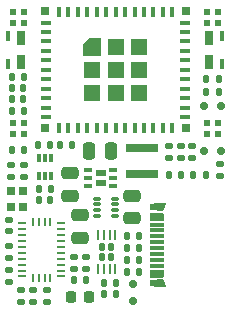
<source format=gtp>
G04 #@! TF.GenerationSoftware,KiCad,Pcbnew,7.0.10*
G04 #@! TF.CreationDate,2024-03-06T03:44:09-08:00*
G04 #@! TF.ProjectId,Tracker_Band_V1,54726163-6b65-4725-9f42-616e645f5631,1*
G04 #@! TF.SameCoordinates,Original*
G04 #@! TF.FileFunction,Paste,Top*
G04 #@! TF.FilePolarity,Positive*
%FSLAX46Y46*%
G04 Gerber Fmt 4.6, Leading zero omitted, Abs format (unit mm)*
G04 Created by KiCad (PCBNEW 7.0.10) date 2024-03-06 03:44:09*
%MOMM*%
%LPD*%
G01*
G04 APERTURE LIST*
G04 Aperture macros list*
%AMRoundRect*
0 Rectangle with rounded corners*
0 $1 Rounding radius*
0 $2 $3 $4 $5 $6 $7 $8 $9 X,Y pos of 4 corners*
0 Add a 4 corners polygon primitive as box body*
4,1,4,$2,$3,$4,$5,$6,$7,$8,$9,$2,$3,0*
0 Add four circle primitives for the rounded corners*
1,1,$1+$1,$2,$3*
1,1,$1+$1,$4,$5*
1,1,$1+$1,$6,$7*
1,1,$1+$1,$8,$9*
0 Add four rect primitives between the rounded corners*
20,1,$1+$1,$2,$3,$4,$5,0*
20,1,$1+$1,$4,$5,$6,$7,0*
20,1,$1+$1,$6,$7,$8,$9,0*
20,1,$1+$1,$8,$9,$2,$3,0*%
%AMOutline4P*
0 Free polygon, 4 corners , with rotation*
0 The origin of the aperture is its center*
0 number of corners: always 4*
0 $1 to $8 corner X, Y*
0 $9 Rotation angle, in degrees counterclockwise*
0 create outline with 4 corners*
4,1,4,$1,$2,$3,$4,$5,$6,$7,$8,$1,$2,$9*%
%AMOutline5P*
0 Free polygon, 5 corners , with rotation*
0 The origin of the aperture is its center*
0 number of corners: always 5*
0 $1 to $10 corner X, Y*
0 $11 Rotation angle, in degrees counterclockwise*
0 create outline with 5 corners*
4,1,5,$1,$2,$3,$4,$5,$6,$7,$8,$9,$10,$1,$2,$11*%
%AMOutline6P*
0 Free polygon, 6 corners , with rotation*
0 The origin of the aperture is its center*
0 number of corners: always 6*
0 $1 to $12 corner X, Y*
0 $13 Rotation angle, in degrees counterclockwise*
0 create outline with 6 corners*
4,1,6,$1,$2,$3,$4,$5,$6,$7,$8,$9,$10,$11,$12,$1,$2,$13*%
%AMOutline7P*
0 Free polygon, 7 corners , with rotation*
0 The origin of the aperture is its center*
0 number of corners: always 7*
0 $1 to $14 corner X, Y*
0 $15 Rotation angle, in degrees counterclockwise*
0 create outline with 7 corners*
4,1,7,$1,$2,$3,$4,$5,$6,$7,$8,$9,$10,$11,$12,$13,$14,$1,$2,$15*%
%AMOutline8P*
0 Free polygon, 8 corners , with rotation*
0 The origin of the aperture is its center*
0 number of corners: always 8*
0 $1 to $16 corner X, Y*
0 $17 Rotation angle, in degrees counterclockwise*
0 create outline with 8 corners*
4,1,8,$1,$2,$3,$4,$5,$6,$7,$8,$9,$10,$11,$12,$13,$14,$15,$16,$1,$2,$17*%
G04 Aperture macros list end*
%ADD10RoundRect,0.150000X-0.150000X-0.200000X0.150000X-0.200000X0.150000X0.200000X-0.150000X0.200000X0*%
%ADD11RoundRect,0.135000X0.135000X0.185000X-0.135000X0.185000X-0.135000X-0.185000X0.135000X-0.185000X0*%
%ADD12R,0.558800X0.558800*%
%ADD13RoundRect,0.135000X0.185000X-0.135000X0.185000X0.135000X-0.185000X0.135000X-0.185000X-0.135000X0*%
%ADD14RoundRect,0.250000X0.475000X-0.250000X0.475000X0.250000X-0.475000X0.250000X-0.475000X-0.250000X0*%
%ADD15R,0.340000X0.700000*%
%ADD16RoundRect,0.135000X-0.135000X-0.185000X0.135000X-0.185000X0.135000X0.185000X-0.135000X0.185000X0*%
%ADD17RoundRect,0.140000X-0.170000X0.140000X-0.170000X-0.140000X0.170000X-0.140000X0.170000X0.140000X0*%
%ADD18RoundRect,0.150000X-0.200000X0.150000X-0.200000X-0.150000X0.200000X-0.150000X0.200000X0.150000X0*%
%ADD19RoundRect,0.135000X-0.185000X0.135000X-0.185000X-0.135000X0.185000X-0.135000X0.185000X0.135000X0*%
%ADD20R,0.457200X0.838200*%
%ADD21R,0.711200X1.143000*%
%ADD22RoundRect,0.140000X-0.140000X0.205000X-0.140000X-0.205000X0.140000X-0.205000X0.140000X0.205000X0*%
%ADD23RoundRect,0.062500X-0.062500X0.337500X-0.062500X-0.337500X0.062500X-0.337500X0.062500X0.337500X0*%
%ADD24RoundRect,0.140000X0.140000X0.170000X-0.140000X0.170000X-0.140000X-0.170000X0.140000X-0.170000X0*%
%ADD25RoundRect,0.043333X-0.271667X-0.086667X0.271667X-0.086667X0.271667X0.086667X-0.271667X0.086667X0*%
%ADD26R,0.700000X0.800000*%
%ADD27R,0.812800X0.406400*%
%ADD28R,0.406400X0.812800*%
%ADD29R,1.447800X1.447800*%
%ADD30R,0.711200X0.711200*%
%ADD31Outline5P,-0.723900X0.289560X-0.289560X0.723900X0.723900X0.723900X0.723900X-0.723900X-0.723900X-0.723900X0.000000*%
%ADD32R,2.700000X0.800000*%
%ADD33R,1.000000X0.600000*%
%ADD34Outline5P,-0.300000X0.620000X0.300000X0.620000X0.300000X-0.620000X-0.180000X-0.620000X-0.300000X-0.500000X90.000000*%
%ADD35R,1.240000X0.300000*%
%ADD36Outline5P,-0.300000X0.620000X0.300000X0.620000X0.300000X-0.500000X0.180000X-0.620000X-0.300000X-0.620000X90.000000*%
%ADD37Outline4P,-0.300000X-0.285000X0.300000X-0.515000X0.300000X0.515000X-0.300000X0.285000X90.000000*%
%ADD38Outline4P,-0.300000X-0.515000X0.300000X-0.285000X0.300000X0.285000X-0.300000X0.515000X90.000000*%
%ADD39R,0.675000X0.254000*%
%ADD40R,0.254000X0.675000*%
%ADD41RoundRect,0.250000X0.250000X0.475000X-0.250000X0.475000X-0.250000X-0.475000X0.250000X-0.475000X0*%
%ADD42R,0.820000X0.630000*%
%ADD43R,0.650000X0.350000*%
%ADD44RoundRect,0.218750X-0.218750X-0.256250X0.218750X-0.256250X0.218750X0.256250X-0.218750X0.256250X0*%
%ADD45RoundRect,0.250000X-0.475000X0.250000X-0.475000X-0.250000X0.475000X-0.250000X0.475000X0.250000X0*%
G04 APERTURE END LIST*
D10*
X140600000Y-84250000D03*
X139200000Y-84250000D03*
D11*
X133660000Y-98300000D03*
X132640000Y-98300000D03*
D12*
X139425000Y-85675020D03*
X139425000Y-86624980D03*
X140375000Y-86624980D03*
X140375000Y-85675020D03*
D13*
X136250000Y-88660000D03*
X136250000Y-87640000D03*
D14*
X127800000Y-91850000D03*
X127800000Y-89950000D03*
D13*
X123700000Y-100890000D03*
X123700000Y-99870000D03*
D15*
X125200000Y-90200000D03*
X125700000Y-90200000D03*
X126200000Y-90200000D03*
X126200000Y-88700000D03*
X125700000Y-88700000D03*
X125200000Y-88700000D03*
D16*
X139390000Y-83075000D03*
X140410000Y-83075000D03*
D11*
X128035000Y-87600000D03*
X127015000Y-87600000D03*
D17*
X122685000Y-93920000D03*
X122685000Y-94880000D03*
D11*
X126160000Y-87600000D03*
X125140000Y-87600000D03*
D18*
X133150000Y-100750000D03*
X133150000Y-99350000D03*
D19*
X124700000Y-99870000D03*
X124700000Y-100890000D03*
D20*
X122613201Y-78375001D03*
D21*
X123708200Y-78520000D03*
X123708200Y-80580000D03*
D20*
X122613201Y-80724999D03*
D11*
X126210000Y-91300000D03*
X125190000Y-91300000D03*
D22*
X131285000Y-96225000D03*
X130585000Y-96225000D03*
X131285000Y-97075000D03*
X130585000Y-97075000D03*
D23*
X131685000Y-95200000D03*
X131185000Y-95200000D03*
X130685000Y-95200000D03*
X130185000Y-95200000D03*
X130185000Y-98100000D03*
X130685000Y-98100000D03*
X131185000Y-98100000D03*
X131685000Y-98100000D03*
D11*
X139310000Y-90150000D03*
X138290000Y-90150000D03*
X133660000Y-95300000D03*
X132640000Y-95300000D03*
D17*
X125875000Y-99870000D03*
X125875000Y-100830000D03*
D10*
X140600000Y-88050000D03*
X139200000Y-88050000D03*
D20*
X140726799Y-80724999D03*
D21*
X139631800Y-80580000D03*
X139631800Y-78520000D03*
D20*
X140726799Y-78375001D03*
D17*
X128200000Y-97070000D03*
X128200000Y-98030000D03*
D13*
X122850000Y-90310000D03*
X122850000Y-89290000D03*
D12*
X123925000Y-77224980D03*
X123925000Y-76275020D03*
X122975000Y-76275020D03*
X122975000Y-77224980D03*
D11*
X123910000Y-81800000D03*
X122890000Y-81800000D03*
D13*
X140550000Y-90210000D03*
X140550000Y-89190000D03*
D24*
X123880000Y-83700000D03*
X122920000Y-83700000D03*
D14*
X133100000Y-93750000D03*
X133100000Y-91850000D03*
D13*
X137200000Y-88660000D03*
X137200000Y-87640000D03*
D25*
X130150700Y-92099811D03*
X130150700Y-92599937D03*
X130150700Y-93100063D03*
X130150700Y-93600189D03*
X131649300Y-93600189D03*
X131649300Y-93100063D03*
X131649300Y-92599937D03*
X131649300Y-92099811D03*
D11*
X133660000Y-96300000D03*
X132640000Y-96300000D03*
X131694999Y-100200000D03*
X130674999Y-100200000D03*
X140410000Y-82000000D03*
X139390000Y-82000000D03*
D24*
X126180000Y-92250000D03*
X125220000Y-92250000D03*
D26*
X123835000Y-92800000D03*
X123835000Y-91500000D03*
X122835000Y-91500000D03*
X122835000Y-92800000D03*
D12*
X139425000Y-76275020D03*
X139425000Y-77224980D03*
X140375000Y-77224980D03*
X140375000Y-76275020D03*
D19*
X129165000Y-97040000D03*
X129165000Y-98060000D03*
D11*
X131694999Y-99250000D03*
X130674999Y-99250000D03*
D12*
X122975000Y-85675020D03*
X122975000Y-86624980D03*
X123925000Y-86624980D03*
X123925000Y-85675020D03*
D11*
X133660000Y-97300000D03*
X132640000Y-97300000D03*
D27*
X125800002Y-77205100D03*
X125800002Y-78005101D03*
X125800002Y-78805100D03*
X125800002Y-79605101D03*
X125800002Y-80405099D03*
X125800002Y-81205100D03*
X125800002Y-82005101D03*
X125800002Y-82805099D03*
X125800002Y-83605100D03*
X125800002Y-84405099D03*
X125800002Y-85205100D03*
D28*
X126899999Y-86105100D03*
X127700000Y-86105100D03*
X128500001Y-86105100D03*
X129300000Y-86105100D03*
X130100001Y-86105100D03*
X130899999Y-86105100D03*
X131700000Y-86105100D03*
X132500001Y-86105100D03*
X133299999Y-86105100D03*
X134100000Y-86105100D03*
X134899999Y-86105100D03*
X135700000Y-86105100D03*
X136499998Y-86105100D03*
D27*
X137599998Y-85205100D03*
X137599998Y-84405099D03*
X137599998Y-83605100D03*
X137599998Y-82805099D03*
X137599998Y-82005101D03*
X137599998Y-81205100D03*
X137599998Y-80405099D03*
X137599998Y-79605101D03*
X137599998Y-78805100D03*
X137599998Y-78005101D03*
X137599998Y-77205100D03*
D28*
X136500001Y-76305100D03*
X135700000Y-76305100D03*
X134899999Y-76305100D03*
X134100000Y-76305100D03*
X133299999Y-76305100D03*
X132500001Y-76305100D03*
X131700000Y-76305100D03*
X130899999Y-76305100D03*
X130100001Y-76305100D03*
X129300000Y-76305100D03*
X128500001Y-76305100D03*
X127700000Y-76305100D03*
X126900002Y-76305100D03*
D29*
X131700000Y-81205100D03*
D30*
X137650000Y-76255100D03*
X137650000Y-86155100D03*
X125750000Y-86155100D03*
X125750000Y-76255100D03*
D29*
X133675000Y-79230100D03*
X133675000Y-81205100D03*
X133675000Y-83180100D03*
X131700000Y-83180100D03*
X129725000Y-83180100D03*
X129725000Y-81205100D03*
D31*
X129725000Y-79230100D03*
D29*
X131700000Y-79230100D03*
D19*
X123950000Y-89290000D03*
X123950000Y-90310000D03*
D24*
X123880000Y-82750000D03*
X122920000Y-82750000D03*
D11*
X137260000Y-90150000D03*
X136240000Y-90150000D03*
D32*
X133935000Y-90000000D03*
X133935000Y-87800000D03*
D17*
X122700000Y-98170000D03*
X122700000Y-99130000D03*
D11*
X123910000Y-84650000D03*
X122890000Y-84650000D03*
D33*
X135090000Y-99250000D03*
D34*
X135210000Y-98450000D03*
D35*
X135210000Y-97300000D03*
X135210000Y-96300000D03*
X135210000Y-95800000D03*
X135210000Y-94800000D03*
D36*
X135210000Y-93650000D03*
D37*
X135430000Y-92850000D03*
D33*
X135090000Y-92850000D03*
D36*
X135210000Y-93650000D03*
D35*
X135210000Y-94300000D03*
X135210000Y-95300000D03*
X135210000Y-96800000D03*
X135210000Y-97800000D03*
D34*
X135210000Y-98450000D03*
D38*
X135430000Y-99250000D03*
D39*
X123772500Y-98700000D03*
D40*
X124685000Y-98837500D03*
X125185000Y-98837500D03*
X125685000Y-98837500D03*
X126185000Y-98837500D03*
D39*
X127097500Y-98700000D03*
X127097500Y-98200000D03*
X127097500Y-97700000D03*
X127097500Y-97200000D03*
X127097500Y-96700000D03*
X127097500Y-96200000D03*
X127097500Y-95700000D03*
X127097500Y-95200000D03*
X127097500Y-94700000D03*
X127097500Y-94200000D03*
D40*
X126185000Y-94062500D03*
X125685000Y-94062500D03*
X125185000Y-94062500D03*
X124685000Y-94062500D03*
D39*
X123772500Y-94200000D03*
X123772500Y-94700000D03*
X123772500Y-95200000D03*
X123772500Y-95700000D03*
X123772500Y-96200000D03*
X123772500Y-96700000D03*
X123772500Y-97200000D03*
X123772500Y-97700000D03*
X123772500Y-98200000D03*
D41*
X131350000Y-88100000D03*
X129450000Y-88100000D03*
D13*
X138150000Y-88660000D03*
X138150000Y-87640000D03*
D16*
X128140000Y-99000000D03*
X129160000Y-99000000D03*
D19*
X122700000Y-96140000D03*
X122700000Y-97160000D03*
D42*
X130450000Y-89950000D03*
X130450000Y-90750000D03*
D43*
X129400000Y-89700000D03*
X129400000Y-90350000D03*
X129400000Y-91000000D03*
X131500000Y-91000000D03*
X131500000Y-90350000D03*
X131500000Y-89700000D03*
D44*
X127912500Y-100400000D03*
X129487500Y-100400000D03*
D45*
X128685000Y-93500000D03*
X128685000Y-95400000D03*
D11*
X123960000Y-87950000D03*
X122940000Y-87950000D03*
M02*

</source>
